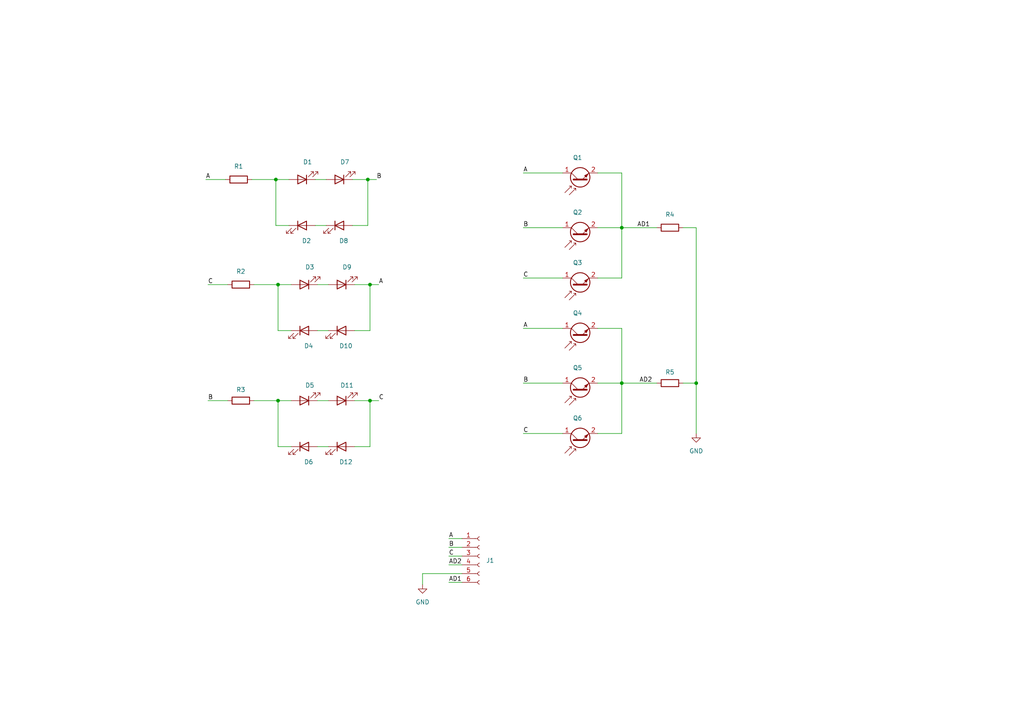
<source format=kicad_sch>
(kicad_sch (version 20230121) (generator eeschema)
  (paper "A4")
  (lib_symbols
    (symbol "Connector:Conn_01x06_Socket" (pin_names (offset 1.016) hide)
      (property "Reference" "J" (at 0 7.62 0))
      (property "Value" "Conn_01x06_Socket" (at 0 -10.16 0))
      (symbol "Conn_01x06_Socket_1_1"
        (arc (start 0 -7.112) (mid -0.5058 -7.62) (end 0 -8.128) (stroke (width 0.1524)))
        (arc (start 0 -4.572) (mid -0.5058 -5.08) (end 0 -5.588) (stroke (width 0.1524)))
        (arc (start 0 -2.032) (mid -0.5058 -2.54) (end 0 -3.048) (stroke (width 0.1524)))
        (polyline (pts (xy -1.27 -7.62) (xy -0.508 -7.62)) (stroke (width 0.1524)))
        (polyline (pts (xy -1.27 -5.08) (xy -0.508 -5.08)) (stroke (width 0.1524)))
        (polyline (pts (xy -1.27 -2.54) (xy -0.508 -2.54)) (stroke (width 0.1524)))
        (polyline (pts (xy -1.27 0) (xy -0.508 0)) (stroke (width 0.1524)))
        (polyline (pts (xy -1.27 2.54) (xy -0.508 2.54)) (stroke (width 0.1524)))
        (polyline (pts (xy -1.27 5.08) (xy -0.508 5.08)) (stroke (width 0.1524)))
        (arc (start 0 0.508) (mid -0.5058 0) (end 0 -0.508) (stroke (width 0.1524)))
        (arc (start 0 3.048) (mid -0.5058 2.54) (end 0 2.032) (stroke (width 0.1524)))
        (arc (start 0 5.588) (mid -0.5058 5.08) (end 0 4.572) (stroke (width 0.1524)))
        (pin passive line (at -5.08 5.08 0) (length 3.81) (name "Pin_1") (number "1"))
        (pin passive line (at -5.08 2.54 0) (length 3.81) (name "Pin_2") (number "2"))
        (pin passive line (at -5.08 0 0) (length 3.81) (name "Pin_3") (number "3"))
        (pin passive line (at -5.08 -2.54 0) (length 3.81) (name "Pin_4") (number "4"))
        (pin passive line (at -5.08 -5.08 0) (length 3.81) (name "Pin_5") (number "5"))
        (pin passive line (at -5.08 -7.62 0) (length 3.81) (name "Pin_6") (number "6"))
      )
    )
    (symbol "Device:Q_Photo_NPN" (pin_names (offset 0) hide)
      (property "Reference" "Q" (at 5.08 1.27 0))
      (property "Value" "Q_Photo_NPN" (at 5.08 -1.27 0))
      (symbol "Q_Photo_NPN_0_1"
        (polyline (pts (xy -1.905 1.27) (xy -2.54 1.27)))
        (polyline (pts (xy -1.27 2.54) (xy -1.905 2.54)))
        (polyline (pts (xy 0.635 0.635) (xy 2.54 2.54)))
        (polyline (pts (xy -3.81 3.175) (xy -1.905 1.27) (xy -1.905 1.905)))
        (polyline (pts (xy -3.175 4.445) (xy -1.27 2.54) (xy -1.27 3.175)))
        (polyline (pts (xy 0.635 -0.635) (xy 2.54 -2.54) (xy 2.54 -2.54)))
        (polyline (pts (xy 0.635 1.905) (xy 0.635 -1.905) (xy 0.635 -1.905)) (stroke (width 0.508)))
        (polyline (pts (xy 1.27 -1.778) (xy 1.778 -1.27) (xy 2.286 -2.286) (xy 1.27 -1.778) (xy 1.27 -1.778)) (fill (type outline)))
        (circle (center 1.27 0) (radius 2.8194) (stroke (width 0.254)))
      )
      (symbol "Q_Photo_NPN_1_1"
        (pin passive line (at 2.54 5.08 270) (length 2.54) (name "C") (number "1"))
        (pin passive line (at 2.54 -5.08 90) (length 2.54) (name "E") (number "2"))
      )
    )
    (symbol "Device:R" (pin_numbers hide) (pin_names (offset 0))
      (property "Reference" "R" (at 2.032 0 90))
      (property "Value" "R" (at 0 0 90))
      (symbol "R_0_1"
        (rectangle (start -1.016 -2.54) (end 1.016 2.54) (stroke (width 0.254)))
      )
      (symbol "R_1_1"
        (pin passive line (at 0 3.81 270) (length 1.27) (name "~") (number "1"))
        (pin passive line (at 0 -3.81 90) (length 1.27) (name "~") (number "2"))
      )
    )
    (symbol "LED:IR26-21C_L110_TR8" (pin_numbers hide) (pin_names (offset 1.016) hide)
      (property "Reference" "D" (at 0 2.54 0))
      (property "Value" "IR26-21C_L110_TR8" (at 0 -3.81 0))
      (symbol "IR26-21C_L110_TR8_0_1"
        (polyline (pts (xy -1.27 -1.27) (xy -1.27 1.27)) (stroke (width 0.254)))
        (polyline (pts (xy -1.27 0) (xy 1.27 0)))
        (polyline (pts (xy 1.27 -1.27) (xy 1.27 1.27) (xy -1.27 0) (xy 1.27 -1.27)) (stroke (width 0.254)))
        (polyline (pts (xy -3.048 -0.762) (xy -4.572 -2.286) (xy -3.81 -2.286) (xy -4.572 -2.286) (xy -4.572 -1.524)))
        (polyline (pts (xy -1.778 -0.762) (xy -3.302 -2.286) (xy -2.54 -2.286) (xy -3.302 -2.286) (xy -3.302 -1.524)))
      )
      (symbol "IR26-21C_L110_TR8_1_1"
        (pin passive line (at -3.81 0 0) (length 2.54) (name "K") (number "1"))
        (pin passive line (at 3.81 0 180) (length 2.54) (name "A") (number "2"))
      )
    )
    (symbol "power:GND" (power) (pin_names (offset 0))
      (property "Value" "GND" (at 0 -3.81 0))
      (symbol "GND_0_1"
        (polyline (pts (xy 0 0) (xy 0 -1.27) (xy 1.27 -1.27) (xy 0 -2.54) (xy -1.27 -1.27) (xy 0 -1.27)))
      )
      (symbol "GND_1_1"
        (pin power_in line (at 0 0 270) (length 0) hide (name "GND") (number "1"))
      )
    )
  )
  (junction (at 106.68 52.07))
  (junction (at 180.34 111.125))
  (junction (at 107.315 116.205))
  (junction (at 80.645 116.205))
  (junction (at 80.645 82.55))
  (junction (at 107.315 82.55))
  (junction (at 180.34 66.04))
  (junction (at 201.93 111.125))
  (junction (at 80.01 52.07))
  (wire (pts (xy 102.87 82.55) (xy 107.315 82.55)))
  (wire (pts (xy 95.25 129.54) (xy 92.075 129.54)))
  (wire (pts (xy 173.355 50.165) (xy 180.34 50.165)))
  (wire (pts (xy 73.66 82.55) (xy 80.645 82.55)))
  (wire (pts (xy 130.175 163.83) (xy 133.985 163.83)))
  (wire (pts (xy 73.025 52.07) (xy 80.01 52.07)))
  (wire (pts (xy 80.645 116.205) (xy 80.645 129.54)))
  (wire (pts (xy 201.93 125.73) (xy 201.93 111.125)))
  (wire (pts (xy 201.93 111.125) (xy 201.93 66.04)))
  (wire (pts (xy 92.075 82.55) (xy 95.25 82.55)))
  (wire (pts (xy 151.765 125.73) (xy 163.195 125.73)))
  (wire (pts (xy 180.34 50.165) (xy 180.34 66.04)))
  (wire (pts (xy 107.315 116.205) (xy 107.315 129.54)))
  (wire (pts (xy 180.34 80.645) (xy 173.355 80.645)))
  (wire (pts (xy 173.355 111.125) (xy 180.34 111.125)))
  (wire (pts (xy 102.87 116.205) (xy 107.315 116.205)))
  (wire (pts (xy 80.645 116.205) (xy 84.455 116.205)))
  (wire (pts (xy 107.315 82.55) (xy 109.855 82.55)))
  (wire (pts (xy 102.235 52.07) (xy 106.68 52.07)))
  (wire (pts (xy 130.175 158.75) (xy 133.985 158.75)))
  (wire (pts (xy 180.34 125.73) (xy 173.355 125.73)))
  (wire (pts (xy 173.355 95.25) (xy 180.34 95.25)))
  (wire (pts (xy 94.615 65.405) (xy 91.44 65.405)))
  (wire (pts (xy 180.34 111.125) (xy 190.5 111.125)))
  (wire (pts (xy 180.34 66.04) (xy 190.5 66.04)))
  (wire (pts (xy 80.645 82.55) (xy 84.455 82.55)))
  (wire (pts (xy 151.765 111.125) (xy 163.195 111.125)))
  (wire (pts (xy 80.01 65.405) (xy 83.82 65.405)))
  (wire (pts (xy 107.315 116.205) (xy 109.855 116.205)))
  (wire (pts (xy 201.93 111.125) (xy 198.12 111.125)))
  (wire (pts (xy 92.075 116.205) (xy 95.25 116.205)))
  (wire (pts (xy 130.175 161.29) (xy 133.985 161.29)))
  (wire (pts (xy 151.765 80.645) (xy 163.195 80.645)))
  (wire (pts (xy 122.555 166.37) (xy 122.555 169.545)))
  (wire (pts (xy 180.34 111.125) (xy 180.34 125.73)))
  (wire (pts (xy 106.68 52.07) (xy 109.22 52.07)))
  (wire (pts (xy 180.34 66.04) (xy 180.34 80.645)))
  (wire (pts (xy 80.645 129.54) (xy 84.455 129.54)))
  (wire (pts (xy 106.68 65.405) (xy 102.235 65.405)))
  (wire (pts (xy 151.765 66.04) (xy 163.195 66.04)))
  (wire (pts (xy 73.66 116.205) (xy 80.645 116.205)))
  (wire (pts (xy 122.555 166.37) (xy 133.985 166.37)))
  (wire (pts (xy 173.355 66.04) (xy 180.34 66.04)))
  (wire (pts (xy 107.315 95.885) (xy 102.87 95.885)))
  (wire (pts (xy 180.34 95.25) (xy 180.34 111.125)))
  (wire (pts (xy 107.315 82.55) (xy 107.315 95.885)))
  (wire (pts (xy 80.01 52.07) (xy 80.01 65.405)))
  (wire (pts (xy 59.69 52.07) (xy 65.405 52.07)))
  (wire (pts (xy 106.68 52.07) (xy 106.68 65.405)))
  (wire (pts (xy 80.01 52.07) (xy 83.82 52.07)))
  (wire (pts (xy 91.44 52.07) (xy 94.615 52.07)))
  (wire (pts (xy 151.765 50.165) (xy 163.195 50.165)))
  (wire (pts (xy 107.315 129.54) (xy 102.87 129.54)))
  (wire (pts (xy 151.765 95.25) (xy 163.195 95.25)))
  (wire (pts (xy 80.645 95.885) (xy 84.455 95.885)))
  (wire (pts (xy 80.645 82.55) (xy 80.645 95.885)))
  (wire (pts (xy 201.93 66.04) (xy 198.12 66.04)))
  (wire (pts (xy 130.175 168.91) (xy 133.985 168.91)))
  (wire (pts (xy 130.175 156.21) (xy 133.985 156.21)))
  (wire (pts (xy 60.325 116.205) (xy 66.04 116.205)))
  (wire (pts (xy 60.325 82.55) (xy 66.04 82.55)))
  (wire (pts (xy 95.25 95.885) (xy 92.075 95.885)))
  (label "C" (at 151.765 125.73 0))
  (label "AD2" (at 185.42 111.125 0))
  (label "AD1" (at 184.785 66.04 0))
  (label "B" (at 60.325 116.205 0))
  (label "A" (at 130.175 156.21 0))
  (label "B" (at 109.22 52.07 0))
  (label "A" (at 151.765 50.165 0))
  (label "AD2" (at 130.175 163.83 0))
  (label "C" (at 109.855 116.205 0))
  (label "C" (at 151.765 80.645 0))
  (label "B" (at 151.765 66.04 0))
  (label "A" (at 59.69 52.07 0))
  (label "A" (at 151.765 95.25 0))
  (label "AD1" (at 130.175 168.91 0))
  (label "B" (at 151.765 111.125 0))
  (label "A" (at 109.855 82.55 0))
  (label "B" (at 130.175 158.75 0))
  (label "C" (at 130.175 161.29 0))
  (label "C" (at 60.325 82.55 0))
  (symbol (lib_id "power:GND") (at 201.93 125.73 0) (unit 1)
    (property "Reference" "#PWR01" (effects hide))
    (property "Value" "GND" (at 201.93 130.81 0))
  )
  (symbol (lib_id "Device:Q_Photo_NPN") (at 168.275 113.665 90) (unit 1)
    (property "Reference" "Q5" (at 167.5257 106.68 90))
    (property "Value" "Q_Photo_NPN" (effects hide))
    (property "Footprint" "LED_SMD:LED_1206_3216Metric_Pad1.42x1.75mm_HandSolder" (effects hide))
  )
  (symbol (lib_id "LED:IR26-21C_L110_TR8") (at 99.06 116.205 180) (unit 1)
    (property "Reference" "D11" (at 100.6475 111.76 0))
    (property "Value" "IR26-21C_L110_TR8" (effects hide))
    (property "Footprint" "LED_SMD:LED_1206_3216Metric_Pad1.42x1.75mm_HandSolder" (effects hide))
    (property "Datasheet" "http://www.everlight.com/file/ProductFile/IR26-21C-L110-TR8.pdf" (effects hide))
  )
  (symbol (lib_id "Device:R") (at 69.85 116.205 90) (unit 1)
    (property "Reference" "R3" (at 69.85 113.03 90))
    (property "Value" "R" (effects hide))
    (property "Footprint" "Resistor_SMD:R_0805_2012Metric_Pad1.20x1.40mm_HandSolder" (effects hide))
  )
  (symbol (lib_id "Device:Q_Photo_NPN") (at 168.275 83.185 90) (unit 1)
    (property "Reference" "Q3" (at 167.5257 76.2 90))
    (property "Value" "Q_Photo_NPN" (effects hide))
    (property "Footprint" "LED_SMD:LED_1206_3216Metric_Pad1.42x1.75mm_HandSolder" (effects hide))
  )
  (symbol (lib_id "Connector:Conn_01x06_Socket") (at 139.065 161.29 0) (unit 1)
    (property "Reference" "J1" (at 140.97 162.56 0) (effects (justify left)))
    (property "Value" "Conn_01x06_Socket" (effects hide))
    (property "Footprint" "chu_air:6P_Air_Conn" (effects hide))
  )
  (symbol (lib_id "Device:Q_Photo_NPN") (at 168.275 97.79 90) (unit 1)
    (property "Reference" "Q4" (at 167.5257 90.805 90))
    (property "Value" "Q_Photo_NPN" (effects hide))
    (property "Footprint" "LED_SMD:LED_1206_3216Metric_Pad1.42x1.75mm_HandSolder" (effects hide))
  )
  (symbol (lib_id "LED:IR26-21C_L110_TR8") (at 88.265 95.885 0) (unit 1)
    (property "Reference" "D4" (at 89.535 100.33 0))
    (property "Value" "IR26-21C_L110_TR8" (effects hide))
    (property "Footprint" "LED_SMD:LED_1206_3216Metric_Pad1.42x1.75mm_HandSolder" (effects hide))
    (property "Datasheet" "http://www.everlight.com/file/ProductFile/IR26-21C-L110-TR8.pdf" (effects hide))
  )
  (symbol (lib_id "Device:R") (at 194.31 66.04 90) (unit 1)
    (property "Reference" "R4" (at 194.31 62.23 90))
    (property "Value" "R" (effects hide))
    (property "Footprint" "Resistor_SMD:R_0805_2012Metric_Pad1.20x1.40mm_HandSolder" (effects hide))
  )
  (symbol (lib_id "Device:R") (at 69.215 52.07 90) (unit 1)
    (property "Reference" "R1" (at 69.215 48.26 90))
    (property "Value" "R" (effects hide))
    (property "Footprint" "Resistor_SMD:R_0805_2012Metric_Pad1.20x1.40mm_HandSolder" (effects hide))
  )
  (symbol (lib_id "Device:Q_Photo_NPN") (at 168.275 52.705 90) (unit 1)
    (property "Reference" "Q1" (at 167.5257 45.72 90))
    (property "Value" "Q_Photo_NPN" (effects hide))
    (property "Footprint" "LED_SMD:LED_1206_3216Metric_Pad1.42x1.75mm_HandSolder" (effects hide))
  )
  (symbol (lib_id "LED:IR26-21C_L110_TR8") (at 99.06 82.55 180) (unit 1)
    (property "Reference" "D9" (at 100.6475 77.47 0))
    (property "Value" "IR26-21C_L110_TR8" (effects hide))
    (property "Footprint" "LED_SMD:LED_1206_3216Metric_Pad1.42x1.75mm_HandSolder" (effects hide))
    (property "Datasheet" "http://www.everlight.com/file/ProductFile/IR26-21C-L110-TR8.pdf" (effects hide))
  )
  (symbol (lib_id "LED:IR26-21C_L110_TR8") (at 99.06 95.885 0) (unit 1)
    (property "Reference" "D10" (at 100.33 100.33 0))
    (property "Value" "IR26-21C_L110_TR8" (effects hide))
    (property "Footprint" "LED_SMD:LED_1206_3216Metric_Pad1.42x1.75mm_HandSolder" (effects hide))
    (property "Datasheet" "http://www.everlight.com/file/ProductFile/IR26-21C-L110-TR8.pdf" (effects hide))
  )
  (symbol (lib_id "LED:IR26-21C_L110_TR8") (at 87.63 65.405 0) (unit 1)
    (property "Reference" "D2" (at 88.9 69.85 0))
    (property "Value" "IR26-21C_L110_TR8" (effects hide))
    (property "Footprint" "LED_SMD:LED_1206_3216Metric_Pad1.42x1.75mm_HandSolder" (effects hide))
    (property "Datasheet" "http://www.everlight.com/file/ProductFile/IR26-21C-L110-TR8.pdf" (effects hide))
  )
  (symbol (lib_id "LED:IR26-21C_L110_TR8") (at 88.265 82.55 180) (unit 1)
    (property "Reference" "D3" (at 89.8525 77.47 0))
    (property "Value" "IR26-21C_L110_TR8" (effects hide))
    (property "Footprint" "LED_SMD:LED_1206_3216Metric_Pad1.42x1.75mm_HandSolder" (effects hide))
    (property "Datasheet" "http://www.everlight.com/file/ProductFile/IR26-21C-L110-TR8.pdf" (effects hide))
  )
  (symbol (lib_id "LED:IR26-21C_L110_TR8") (at 88.265 129.54 0) (unit 1)
    (property "Reference" "D6" (at 89.535 133.985 0))
    (property "Value" "IR26-21C_L110_TR8" (effects hide))
    (property "Footprint" "LED_SMD:LED_1206_3216Metric_Pad1.42x1.75mm_HandSolder" (effects hide))
    (property "Datasheet" "http://www.everlight.com/file/ProductFile/IR26-21C-L110-TR8.pdf" (effects hide))
  )
  (symbol (lib_id "Device:R") (at 69.85 82.55 90) (unit 1)
    (property "Reference" "R2" (at 69.85 78.74 90))
    (property "Value" "R" (effects hide))
    (property "Footprint" "Resistor_SMD:R_0805_2012Metric_Pad1.20x1.40mm_HandSolder" (effects hide))
  )
  (symbol (lib_id "LED:IR26-21C_L110_TR8") (at 98.425 65.405 0) (unit 1)
    (property "Reference" "D8" (at 99.695 69.85 0))
    (property "Value" "IR26-21C_L110_TR8" (effects hide))
    (property "Footprint" "LED_SMD:LED_1206_3216Metric_Pad1.42x1.75mm_HandSolder" (effects hide))
    (property "Datasheet" "http://www.everlight.com/file/ProductFile/IR26-21C-L110-TR8.pdf" (effects hide))
  )
  (symbol (lib_id "LED:IR26-21C_L110_TR8") (at 99.06 129.54 0) (unit 1)
    (property "Reference" "D12" (at 100.33 133.985 0))
    (property "Value" "IR26-21C_L110_TR8" (effects hide))
    (property "Footprint" "LED_SMD:LED_1206_3216Metric_Pad1.42x1.75mm_HandSolder" (effects hide))
    (property "Datasheet" "http://www.everlight.com/file/ProductFile/IR26-21C-L110-TR8.pdf" (effects hide))
  )
  (symbol (lib_id "LED:IR26-21C_L110_TR8") (at 87.63 52.07 180) (unit 1)
    (property "Reference" "D1" (at 89.2175 46.99 0))
    (property "Value" "IR26-21C_L110_TR8" (effects hide))
    (property "Footprint" "LED_SMD:LED_1206_3216Metric_Pad1.42x1.75mm_HandSolder" (effects hide))
    (property "Datasheet" "http://www.everlight.com/file/ProductFile/IR26-21C-L110-TR8.pdf" (effects hide))
  )
  (symbol (lib_id "power:GND") (at 122.555 169.545 0) (unit 1)
    (property "Reference" "#PWR02" (effects hide))
    (property "Value" "GND" (at 122.555 174.625 0))
  )
  (symbol (lib_id "LED:IR26-21C_L110_TR8") (at 88.265 116.205 180) (unit 1)
    (property "Reference" "D5" (at 89.8525 111.76 0))
    (property "Value" "IR26-21C_L110_TR8" (effects hide))
    (property "Footprint" "LED_SMD:LED_1206_3216Metric_Pad1.42x1.75mm_HandSolder" (effects hide))
    (property "Datasheet" "http://www.everlight.com/file/ProductFile/IR26-21C-L110-TR8.pdf" (effects hide))
  )
  (symbol (lib_id "Device:Q_Photo_NPN") (at 168.275 68.58 90) (unit 1)
    (property "Reference" "Q2" (at 167.5257 61.595 90))
    (property "Value" "Q_Photo_NPN" (effects hide))
    (property "Footprint" "LED_SMD:LED_1206_3216Metric_Pad1.42x1.75mm_HandSolder" (effects hide))
  )
  (symbol (lib_id "LED:IR26-21C_L110_TR8") (at 98.425 52.07 180) (unit 1)
    (property "Reference" "D7" (at 100.0125 46.99 0))
    (property "Value" "IR26-21C_L110_TR8" (effects hide))
    (property "Footprint" "LED_SMD:LED_1206_3216Metric_Pad1.42x1.75mm_HandSolder" (effects hide))
    (property "Datasheet" "http://www.everlight.com/file/ProductFile/IR26-21C-L110-TR8.pdf" (effects hide))
  )
  (symbol (lib_id "Device:R") (at 194.31 111.125 90) (unit 1)
    (property "Reference" "R5" (at 194.31 107.95 90))
    (property "Value" "R" (effects hide))
    (property "Footprint" "Resistor_SMD:R_0805_2012Metric_Pad1.20x1.40mm_HandSolder" (effects hide))
  )
  (symbol (lib_id "Device:Q_Photo_NPN") (at 168.275 128.27 90) (unit 1)
    (property "Reference" "Q6" (at 167.5257 121.285 90))
    (property "Value" "Q_Photo_NPN" (effects hide))
    (property "Footprint" "LED_SMD:LED_1206_3216Metric_Pad1.42x1.75mm_HandSolder" (effects hide))
  )
)
</source>
